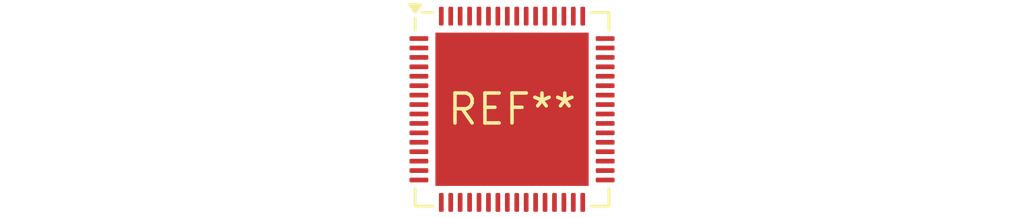
<source format=kicad_pcb>
(kicad_pcb (version 20240108) (generator pcbnew)
  (layers (0 "F.Cu" signal) (31 "B.Cu" signal) (34 "B.Paste" user) (35 "F.Paste" user) (36 "B.SilkS" user "B.Silkscreen") (37 "F.SilkS" user "F.Silkscreen") (38 "B.Mask" user) (39 "F.Mask" user) (44 "Edge.Cuts" user))
  (net 0 "")
  (footprint "QFN-64-1EP_8x8mm_P0.4mm_EP6.5x6.5mm" (layer "F.Cu") (at 0 0)
    (property "Reference" "REF**")
    (property "Value" "QFN-64-1EP_8x8mm_P0.4mm_EP6.5x6.5mm")
    (fp_line (start -4.11 -3.36) (end -4.11 -3.87) (layer "F.SilkS") (stroke (width 0.12)))
    (fp_line (start -4.11 4.11) (end -4.11 3.36) (layer "F.SilkS") (stroke (width 0.12)))
    (fp_line (start -3.36 -4.11) (end -3.81 -4.11) (layer "F.SilkS") (stroke (width 0.12)))
    (fp_line (start -3.36 4.11) (end -4.11 4.11) (layer "F.SilkS") (stroke (width 0.12)))
    (fp_line (start 3.36 -4.11) (end 4.11 -4.11) (layer "F.SilkS") (stroke (width 0.12)))
    (fp_line (start 3.36 4.11) (end 4.11 4.11) (layer "F.SilkS") (stroke (width 0.12)))
    (fp_line (start 4.11 -4.11) (end 4.11 -3.36) (layer "F.SilkS") (stroke (width 0.12)))
    (fp_line (start 4.11 4.11) (end 4.11 3.36) (layer "F.SilkS") (stroke (width 0.12)))
    (fp_poly (pts (xy -4.11 -4.11) (xy -4.35 -4.44) (xy -3.87 -4.44) (xy -4.11 -4.11)) (layer "F.SilkS") (stroke (width 0.12)) (fill solid))
    (pad "1" smd roundrect (at -3.95 -3) (size 0.8 0.2) (layers "F.Cu" "F.Paste" "F.Mask"))
    (pad "2" smd roundrect (at -3.95 -2.6) (size 0.8 0.2) (layers "F.Cu" "F.Paste" "F.Mask"))
    (pad "3" smd roundrect (at -3.95 -2.2) (size 0.8 0.2) (layers "F.Cu" "F.Paste" "F.Mask"))
    (pad "4" smd roundrect (at -3.95 -1.8) (size 0.8 0.2) (layers "F.Cu" "F.Paste" "F.Mask"))
    (pad "5" smd roundrect (at -3.95 -1.4) (size 0.8 0.2) (layers "F.Cu" "F.Paste" "F.Mask"))
    (pad "6" smd roundrect (at -3.95 -1) (size 0.8 0.2) (layers "F.Cu" "F.Paste" "F.Mask"))
    (pad "7" smd roundrect (at -3.95 -0.6) (size 0.8 0.2) (layers "F.Cu" "F.Paste" "F.Mask"))
    (pad "8" smd roundrect (at -3.95 -0.2) (size 0.8 0.2) (layers "F.Cu" "F.Paste" "F.Mask"))
    (pad "9" smd roundrect (at -3.95 0.2) (size 0.8 0.2) (layers "F.Cu" "F.Paste" "F.Mask"))
    (pad "10" smd roundrect (at -3.95 0.6) (size 0.8 0.2) (layers "F.Cu" "F.Paste" "F.Mask"))
    (pad "11" smd roundrect (at -3.95 1) (size 0.8 0.2) (layers "F.Cu" "F.Paste" "F.Mask"))
    (pad "12" smd roundrect (at -3.95 1.4) (size 0.8 0.2) (layers "F.Cu" "F.Paste" "F.Mask"))
    (pad "13" smd roundrect (at -3.95 1.8) (size 0.8 0.2) (layers "F.Cu" "F.Paste" "F.Mask"))
    (pad "14" smd roundrect (at -3.95 2.2) (size 0.8 0.2) (layers "F.Cu" "F.Paste" "F.Mask"))
    (pad "15" smd roundrect (at -3.95 2.6) (size 0.8 0.2) (layers "F.Cu" "F.Paste" "F.Mask"))
    (pad "16" smd roundrect (at -3.95 3) (size 0.8 0.2) (layers "F.Cu" "F.Paste" "F.Mask"))
    (pad "17" smd roundrect (at -3 3.95) (size 0.2 0.8) (layers "F.Cu" "F.Paste" "F.Mask"))
    (pad "18" smd roundrect (at -2.6 3.95) (size 0.2 0.8) (layers "F.Cu" "F.Paste" "F.Mask"))
    (pad "19" smd roundrect (at -2.2 3.95) (size 0.2 0.8) (layers "F.Cu" "F.Paste" "F.Mask"))
    (pad "20" smd roundrect (at -1.8 3.95) (size 0.2 0.8) (layers "F.Cu" "F.Paste" "F.Mask"))
    (pad "21" smd roundrect (at -1.4 3.95) (size 0.2 0.8) (layers "F.Cu" "F.Paste" "F.Mask"))
    (pad "22" smd roundrect (at -1 3.95) (size 0.2 0.8) (layers "F.Cu" "F.Paste" "F.Mask"))
    (pad "23" smd roundrect (at -0.6 3.95) (size 0.2 0.8) (layers "F.Cu" "F.Paste" "F.Mask"))
    (pad "24" smd roundrect (at -0.2 3.95) (size 0.2 0.8) (layers "F.Cu" "F.Paste" "F.Mask"))
    (pad "25" smd roundrect (at 0.2 3.95) (size 0.2 0.8) (layers "F.Cu" "F.Paste" "F.Mask"))
    (pad "26" smd roundrect (at 0.6 3.95) (size 0.2 0.8) (layers "F.Cu" "F.Paste" "F.Mask"))
    (pad "27" smd roundrect (at 1 3.95) (size 0.2 0.8) (layers "F.Cu" "F.Paste" "F.Mask"))
    (pad "28" smd roundrect (at 1.4 3.95) (size 0.2 0.8) (layers "F.Cu" "F.Paste" "F.Mask"))
    (pad "29" smd roundrect (at 1.8 3.95) (size 0.2 0.8) (layers "F.Cu" "F.Paste" "F.Mask"))
    (pad "30" smd roundrect (at 2.2 3.95) (size 0.2 0.8) (layers "F.Cu" "F.Paste" "F.Mask"))
    (pad "31" smd roundrect (at 2.6 3.95) (size 0.2 0.8) (layers "F.Cu" "F.Paste" "F.Mask"))
    (pad "32" smd roundrect (at 3 3.95) (size 0.2 0.8) (layers "F.Cu" "F.Paste" "F.Mask"))
    (pad "33" smd roundrect (at 3.95 3) (size 0.8 0.2) (layers "F.Cu" "F.Paste" "F.Mask"))
    (pad "34" smd roundrect (at 3.95 2.6) (size 0.8 0.2) (layers "F.Cu" "F.Paste" "F.Mask"))
    (pad "35" smd roundrect (at 3.95 2.2) (size 0.8 0.2) (layers "F.Cu" "F.Paste" "F.Mask"))
    (pad "36" smd roundrect (at 3.95 1.8) (size 0.8 0.2) (layers "F.Cu" "F.Paste" "F.Mask"))
    (pad "37" smd roundrect (at 3.95 1.4) (size 0.8 0.2) (layers "F.Cu" "F.Paste" "F.Mask"))
    (pad "38" smd roundrect (at 3.95 1) (size 0.8 0.2) (layers "F.Cu" "F.Paste" "F.Mask"))
    (pad "39" smd roundrect (at 3.95 0.6) (size 0.8 0.2) (layers "F.Cu" "F.Paste" "F.Mask"))
    (pad "40" smd roundrect (at 3.95 0.2) (size 0.8 0.2) (layers "F.Cu" "F.Paste" "F.Mask"))
    (pad "41" smd roundrect (at 3.95 -0.2) (size 0.8 0.2) (layers "F.Cu" "F.Paste" "F.Mask"))
    (pad "42" smd roundrect (at 3.95 -0.6) (size 0.8 0.2) (layers "F.Cu" "F.Paste" "F.Mask"))
    (pad "43" smd roundrect (at 3.95 -1) (size 0.8 0.2) (layers "F.Cu" "F.Paste" "F.Mask"))
    (pad "44" smd roundrect (at 3.95 -1.4) (size 0.8 0.2) (layers "F.Cu" "F.Paste" "F.Mask"))
    (pad "45" smd roundrect (at 3.95 -1.8) (size 0.8 0.2) (layers "F.Cu" "F.Paste" "F.Mask"))
    (pad "46" smd roundrect (at 3.95 -2.2) (size 0.8 0.2) (layers "F.Cu" "F.Paste" "F.Mask"))
    (pad "47" smd roundrect (at 3.95 -2.6) (size 0.8 0.2) (layers "F.Cu" "F.Paste" "F.Mask"))
    (pad "48" smd roundrect (at 3.95 -3) (size 0.8 0.2) (layers "F.Cu" "F.Paste" "F.Mask"))
    (pad "49" smd roundrect (at 3 -3.95) (size 0.2 0.8) (layers "F.Cu" "F.Paste" "F.Mask"))
    (pad "50" smd roundrect (at 2.6 -3.95) (size 0.2 0.8) (layers "F.Cu" "F.Paste" "F.Mask"))
    (pad "51" smd roundrect (at 2.2 -3.95) (size 0.2 0.8) (layers "F.Cu" "F.Paste" "F.Mask"))
    (pad "52" smd roundrect (at 1.8 -3.95) (size 0.2 0.8) (layers "F.Cu" "F.Paste" "F.Mask"))
    (pad "53" smd roundrect (at 1.4 -3.95) (size 0.2 0.8) (layers "F.Cu" "F.Paste" "F.Mask"))
    (pad "54" smd roundrect (at 1 -3.95) (size 0.2 0.8) (layers "F.Cu" "F.Paste" "F.Mask"))
    (pad "55" smd roundrect (at 0.6 -3.95) (size 0.2 0.8) (layers "F.Cu" "F.Paste" "F.Mask"))
    (pad "56" smd roundrect (at 0.2 -3.95) (size 0.2 0.8) (layers "F.Cu" "F.Paste" "F.Mask"))
    (pad "57" smd roundrect (at -0.2 -3.95) (size 0.2 0.8) (layers "F.Cu" "F.Paste" "F.Mask"))
    (pad "58" smd roundrect (at -0.6 -3.95) (size 0.2 0.8) (layers "F.Cu" "F.Paste" "F.Mask"))
    (pad "59" smd roundrect (at -1 -3.95) (size 0.2 0.8) (layers "F.Cu" "F.Paste" "F.Mask"))
    (pad "60" smd roundrect (at -1.4 -3.95) (size 0.2 0.8) (layers "F.Cu" "F.Paste" "F.Mask"))
    (pad "61" smd roundrect (at -1.8 -3.95) (size 0.2 0.8) (layers "F.Cu" "F.Paste" "F.Mask"))
    (pad "62" smd roundrect (at -2.2 -3.95) (size 0.2 0.8) (layers "F.Cu" "F.Paste" "F.Mask"))
    (pad "63" smd roundrect (at -2.6 -3.95) (size 0.2 0.8) (layers "F.Cu" "F.Paste" "F.Mask"))
    (pad "64" smd roundrect (at -3 -3.95) (size 0.2 0.8) (layers "F.Cu" "F.Paste" "F.Mask"))
    (pad "65" smd rect (at 0 0) (size 6.5 6.5) (property pad_prop_heatsink) (layers "F.Cu" "F.Mask"))
  )
)
</source>
